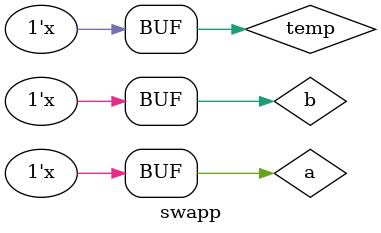
<source format=sv>
module swapp();
  
 // reg clk =0;
  reg a=1,b=0;
  reg temp;
  
  //always
   // #10 clk = ~clk;
  
 // always@(posedge clk)
  initial
    begin
      #10 temp=a;
      #10   a=b;
       #10  b=temp;
      $monitor("t=%0t, a=%b,b=%b,temp=%b",$time,a,b,temp);
   end
  
     // initial
     //   #50 $finish;
  
  initial
    begin
    $dumpfile("file.vcd");
  $dumpvars("1");
    end
  
  
endmodule
      
    
</source>
